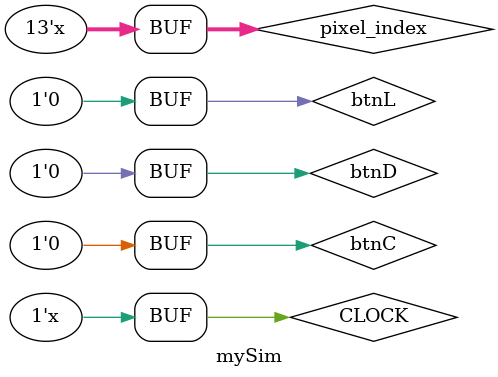
<source format=v>
`timescale 1ns / 1ps


module mySim();
    
    // inputs
    reg CLOCK; 
    reg btnL;
    reg btnC;
    reg btnD;
    reg [12:0]pixel_index;

    // outputs 
    wire [15:0] colour_out;
    
    task_A dut(
        .clk(CLOCK),
        .btnU(btnL),
        .btnD(btnD),
        .btnC(btnC),
        .pixel_index(pixel_index),
        .pixel_colour_out(colour_out)
    );
    
    initial begin 
        CLOCK = 0;
        pixel_index = 0;
        btnL = 0;
        btnC = 0;
        btnD = 0;
    end
    
    always begin 
        #10 CLOCK = ~CLOCK;
        pixel_index = pixel_index + 1;
    end
endmodule

</source>
